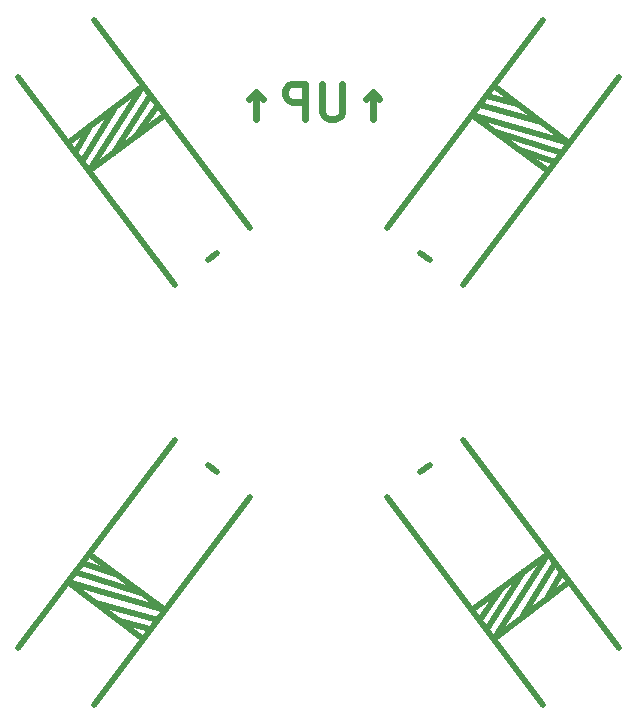
<source format=gbr>
From b93029b9faac31d8802ce797875c2d6b4c6d6a45 Mon Sep 17 00:00:00 2001
From: jaseg <git-bigdata-wsl-arch@jaseg.de>
Date: Sun, 31 Jul 2022 16:36:34 +0200
Subject: Split center design into control and led connector boards

---
 center/gerber/center-B.SilkS.gbr | 135 ---------------------------------------
 1 file changed, 135 deletions(-)
 delete mode 100644 center/gerber/center-B.SilkS.gbr

(limited to 'center/gerber/center-B.SilkS.gbr')

diff --git a/center/gerber/center-B.SilkS.gbr b/center/gerber/center-B.SilkS.gbr
deleted file mode 100644
index f1cb7f7..0000000
--- a/center/gerber/center-B.SilkS.gbr
+++ /dev/null
@@ -1,135 +0,0 @@
-G04 #@! TF.GenerationSoftware,KiCad,Pcbnew,(5.0.1)*
-G04 #@! TF.CreationDate,2019-02-02T12:52:51+09:00*
-G04 #@! TF.ProjectId,center,63656E7465722E6B696361645F706362,rev?*
-G04 #@! TF.SameCoordinates,Original*
-G04 #@! TF.FileFunction,Legend,Bot*
-G04 #@! TF.FilePolarity,Positive*
-%FSLAX46Y46*%
-G04 Gerber Fmt 4.6, Leading zero omitted, Abs format (unit mm)*
-G04 Created by KiCad (PCBNEW (5.0.1)) date Sat Feb  2 12:52:51 2019*
-%MOMM*%
-%LPD*%
-G01*
-G04 APERTURE LIST*
-%ADD10C,0.600000*%
-%ADD11C,0.500000*%
-G04 APERTURE END LIST*
-D10*
-X104578571Y-79377142D02*
-X104578571Y-77091428D01*
-X105150000Y-77662857D02*
-X104578571Y-77091428D01*
-X104007142Y-77662857D01*
-X102007142Y-76377142D02*
-X102007142Y-78805714D01*
-X101864285Y-79091428D01*
-X101721428Y-79234285D01*
-X101435714Y-79377142D01*
-X100864285Y-79377142D01*
-X100578571Y-79234285D01*
-X100435714Y-79091428D01*
-X100292857Y-78805714D01*
-X100292857Y-76377142D01*
-X98864285Y-79377142D02*
-X98864285Y-76377142D01*
-X97721428Y-76377142D01*
-X97435714Y-76520000D01*
-X97292857Y-76662857D01*
-X97150000Y-76948571D01*
-X97150000Y-77377142D01*
-X97292857Y-77662857D01*
-X97435714Y-77805714D01*
-X97721428Y-77948571D01*
-X98864285Y-77948571D01*
-X94721428Y-79377142D02*
-X94721428Y-77091428D01*
-X95292857Y-77662857D02*
-X94721428Y-77091428D01*
-X94150000Y-77662857D01*
-D11*
-G04 #@! TO.C,J1*
-X108600683Y-90699093D02*
-X109399317Y-91300907D01*
-X125434473Y-75837279D02*
-X112194542Y-93407260D01*
-X105805458Y-88592740D02*
-X119045388Y-71022759D01*
-X114832683Y-76613207D02*
-X121221767Y-81427727D01*
-X121221767Y-81427727D02*
-X113027238Y-79009115D01*
-X113027238Y-79009115D02*
-X119416322Y-83823635D01*
-X120619952Y-82226363D02*
-X115023827Y-80513651D01*
-X117020416Y-82018189D02*
-X120018137Y-83024998D01*
-X114230868Y-77411843D02*
-X116829272Y-78117745D01*
-X113629053Y-78210478D02*
-X118825861Y-79622282D01*
-G04 #@! TO.C,J2*
-X79981863Y-83024998D02*
-X82771410Y-78418652D01*
-X79380048Y-82226363D02*
-X80774821Y-79923190D01*
-X84576855Y-80814559D02*
-X86370947Y-78210478D01*
-X85769132Y-77411843D02*
-X82580266Y-82319096D01*
-X80583678Y-83823635D02*
-X86972762Y-79009115D01*
-X85167317Y-76613207D02*
-X80583678Y-83823635D01*
-X78778233Y-81427727D02*
-X85167317Y-76613207D01*
-X87805458Y-93407260D02*
-X74565527Y-75837279D01*
-X80954612Y-71022759D02*
-X94194542Y-88592740D01*
-X90600683Y-91300907D02*
-X91399317Y-90699093D01*
-G04 #@! TO.C,J3*
-X91399317Y-109300907D02*
-X90600683Y-108699093D01*
-X74565527Y-124162721D02*
-X87805458Y-106592740D01*
-X94194542Y-111407260D02*
-X80954612Y-128977241D01*
-X85167317Y-123386793D02*
-X78778233Y-118572273D01*
-X78778233Y-118572273D02*
-X86972762Y-120990885D01*
-X86972762Y-120990885D02*
-X80583678Y-116176365D01*
-X79380048Y-117773637D02*
-X84976173Y-119486349D01*
-X82979584Y-117981811D02*
-X79981863Y-116975002D01*
-X85769132Y-122588157D02*
-X83170728Y-121882255D01*
-X86370947Y-121789522D02*
-X81174139Y-120377718D01*
-G04 #@! TO.C,J4*
-X109399317Y-108699093D02*
-X108600683Y-109300907D01*
-X119045388Y-128977241D02*
-X105805458Y-111407260D01*
-X112194542Y-106592740D02*
-X125434473Y-124162721D01*
-X121221767Y-118572273D02*
-X114832683Y-123386793D01*
-X114832683Y-123386793D02*
-X119416322Y-116176365D01*
-X119416322Y-116176365D02*
-X113027238Y-120990885D01*
-X114230868Y-122588157D02*
-X117419734Y-117680904D01*
-X115423145Y-119185441D02*
-X113629053Y-121789522D01*
-X120619952Y-117773637D02*
-X119225179Y-120076810D01*
-X120018137Y-116975002D02*
-X117228590Y-121581348D01*
-G04 #@! TD*
-M02*
-- 
cgit 


</source>
